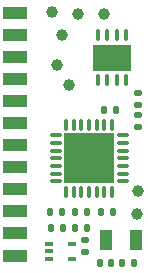
<source format=gts>
G04 #@! TF.GenerationSoftware,KiCad,Pcbnew,6.0.4-6f826c9f35~116~ubuntu20.04.1*
G04 #@! TF.CreationDate,2022-05-17T04:12:12-04:00*
G04 #@! TF.ProjectId,clonix-41-pcb,636c6f6e-6978-42d3-9431-2d7063622e6b,rev?*
G04 #@! TF.SameCoordinates,Original*
G04 #@! TF.FileFunction,Soldermask,Top*
G04 #@! TF.FilePolarity,Negative*
%FSLAX46Y46*%
G04 Gerber Fmt 4.6, Leading zero omitted, Abs format (unit mm)*
G04 Created by KiCad (PCBNEW 6.0.4-6f826c9f35~116~ubuntu20.04.1) date 2022-05-17 04:12:12*
%MOMM*%
%LPD*%
G01*
G04 APERTURE LIST*
G04 Aperture macros list*
%AMRoundRect*
0 Rectangle with rounded corners*
0 $1 Rounding radius*
0 $2 $3 $4 $5 $6 $7 $8 $9 X,Y pos of 4 corners*
0 Add a 4 corners polygon primitive as box body*
4,1,4,$2,$3,$4,$5,$6,$7,$8,$9,$2,$3,0*
0 Add four circle primitives for the rounded corners*
1,1,$1+$1,$2,$3*
1,1,$1+$1,$4,$5*
1,1,$1+$1,$6,$7*
1,1,$1+$1,$8,$9*
0 Add four rect primitives between the rounded corners*
20,1,$1+$1,$2,$3,$4,$5,0*
20,1,$1+$1,$4,$5,$6,$7,0*
20,1,$1+$1,$6,$7,$8,$9,0*
20,1,$1+$1,$8,$9,$2,$3,0*%
G04 Aperture macros list end*
%ADD10R,1.000000X1.800000*%
%ADD11C,1.000000*%
%ADD12RoundRect,0.135000X-0.135000X-0.185000X0.135000X-0.185000X0.135000X0.185000X-0.135000X0.185000X0*%
%ADD13RoundRect,0.140000X-0.140000X-0.170000X0.140000X-0.170000X0.140000X0.170000X-0.140000X0.170000X0*%
%ADD14R,2.000000X1.000000*%
%ADD15RoundRect,0.135000X0.135000X0.185000X-0.135000X0.185000X-0.135000X-0.185000X0.135000X-0.185000X0*%
%ADD16RoundRect,0.075000X0.075000X-0.437500X0.075000X0.437500X-0.075000X0.437500X-0.075000X-0.437500X0*%
%ADD17RoundRect,0.075000X0.437500X-0.075000X0.437500X0.075000X-0.437500X0.075000X-0.437500X-0.075000X0*%
%ADD18R,4.250000X4.250000*%
%ADD19RoundRect,0.140000X0.140000X0.170000X-0.140000X0.170000X-0.140000X-0.170000X0.140000X-0.170000X0*%
%ADD20RoundRect,0.135000X-0.185000X0.135000X-0.185000X-0.135000X0.185000X-0.135000X0.185000X0.135000X0*%
%ADD21RoundRect,0.140000X-0.170000X0.140000X-0.170000X-0.140000X0.170000X-0.140000X0.170000X0.140000X0*%
%ADD22R,0.650000X0.400000*%
%ADD23RoundRect,0.135000X0.185000X-0.135000X0.185000X0.135000X-0.185000X0.135000X-0.185000X-0.135000X0*%
%ADD24RoundRect,0.087500X-0.087500X0.387500X-0.087500X-0.387500X0.087500X-0.387500X0.087500X0.387500X0*%
%ADD25R,3.240000X2.300000*%
G04 APERTURE END LIST*
D10*
G04 #@! TO.C,Y1*
X194594800Y-122707400D03*
X192094800Y-122707400D03*
G04 #@! TD*
D11*
G04 #@! TO.C,TP7*
X194818000Y-118618000D03*
G04 #@! TD*
D12*
G04 #@! TO.C,R4*
X189456600Y-121691400D03*
X190476600Y-121691400D03*
G04 #@! TD*
D13*
G04 #@! TO.C,C3*
X191544000Y-124663200D03*
X192504000Y-124663200D03*
G04 #@! TD*
D14*
G04 #@! TO.C,J1*
X184404000Y-124044000D03*
X184404000Y-120316000D03*
X184404000Y-116588000D03*
X184404000Y-112860000D03*
X184404000Y-109132000D03*
X184404000Y-105404000D03*
X184404000Y-103540000D03*
X184404000Y-107268000D03*
X184404000Y-110996000D03*
X184404000Y-114724000D03*
X184404000Y-118452000D03*
X184404000Y-122180000D03*
G04 #@! TD*
D11*
G04 #@! TO.C,TP3*
X188366400Y-105384600D03*
G04 #@! TD*
D12*
G04 #@! TO.C,R3*
X187424600Y-121691400D03*
X188444600Y-121691400D03*
G04 #@! TD*
D15*
G04 #@! TO.C,R6*
X188395800Y-120345200D03*
X187375800Y-120345200D03*
G04 #@! TD*
D16*
G04 #@! TO.C,U2*
X188702400Y-118661500D03*
X189352400Y-118661500D03*
X190002400Y-118661500D03*
X190652400Y-118661500D03*
X191302400Y-118661500D03*
X191952400Y-118661500D03*
X192602400Y-118661500D03*
D17*
X193489900Y-117774000D03*
X193489900Y-117124000D03*
X193489900Y-116474000D03*
X193489900Y-115824000D03*
X193489900Y-115174000D03*
X193489900Y-114524000D03*
X193489900Y-113874000D03*
D16*
X192602400Y-112986500D03*
X191952400Y-112986500D03*
X191302400Y-112986500D03*
X190652400Y-112986500D03*
X190002400Y-112986500D03*
X189352400Y-112986500D03*
X188702400Y-112986500D03*
D17*
X187814900Y-113874000D03*
X187814900Y-114524000D03*
X187814900Y-115174000D03*
X187814900Y-115824000D03*
X187814900Y-116474000D03*
X187814900Y-117124000D03*
X187814900Y-117774000D03*
D18*
X190652400Y-115824000D03*
G04 #@! TD*
D19*
G04 #@! TO.C,C2*
X194434400Y-124663200D03*
X193474400Y-124663200D03*
G04 #@! TD*
D20*
G04 #@! TO.C,R2*
X194818000Y-112139000D03*
X194818000Y-113159000D03*
G04 #@! TD*
D11*
G04 #@! TO.C,TP5*
X191897000Y-103555800D03*
G04 #@! TD*
D21*
G04 #@! TO.C,C1*
X190271400Y-122760800D03*
X190271400Y-123720800D03*
G04 #@! TD*
D22*
G04 #@! TO.C,U1*
X187264000Y-123048000D03*
X187264000Y-123698000D03*
X187264000Y-124348000D03*
X189164000Y-124348000D03*
X189164000Y-123048000D03*
G04 #@! TD*
D13*
G04 #@! TO.C,C5*
X189489200Y-120345200D03*
X190449200Y-120345200D03*
G04 #@! TD*
D11*
G04 #@! TO.C,TP4*
X187960000Y-107873800D03*
G04 #@! TD*
D19*
G04 #@! TO.C,C4*
X192885000Y-111734600D03*
X191925000Y-111734600D03*
G04 #@! TD*
D11*
G04 #@! TO.C,TP2*
X189738000Y-103581200D03*
G04 #@! TD*
G04 #@! TO.C,TP1*
X187528200Y-103428800D03*
G04 #@! TD*
G04 #@! TO.C,TP9*
X188950600Y-109601000D03*
G04 #@! TD*
D23*
G04 #@! TO.C,R1*
X194818000Y-111279400D03*
X194818000Y-110259400D03*
G04 #@! TD*
D15*
G04 #@! TO.C,R5*
X192637600Y-120345200D03*
X191617600Y-120345200D03*
G04 #@! TD*
D11*
G04 #@! TO.C,TP6*
X194741800Y-120548400D03*
G04 #@! TD*
D24*
G04 #@! TO.C,U3*
X193802000Y-105384600D03*
X193002000Y-105384600D03*
X192202000Y-105384600D03*
X191402000Y-105384600D03*
X191402000Y-109184600D03*
X192202000Y-109184600D03*
X193002000Y-109184600D03*
X193802000Y-109184600D03*
D25*
X192602000Y-107284600D03*
G04 #@! TD*
M02*

</source>
